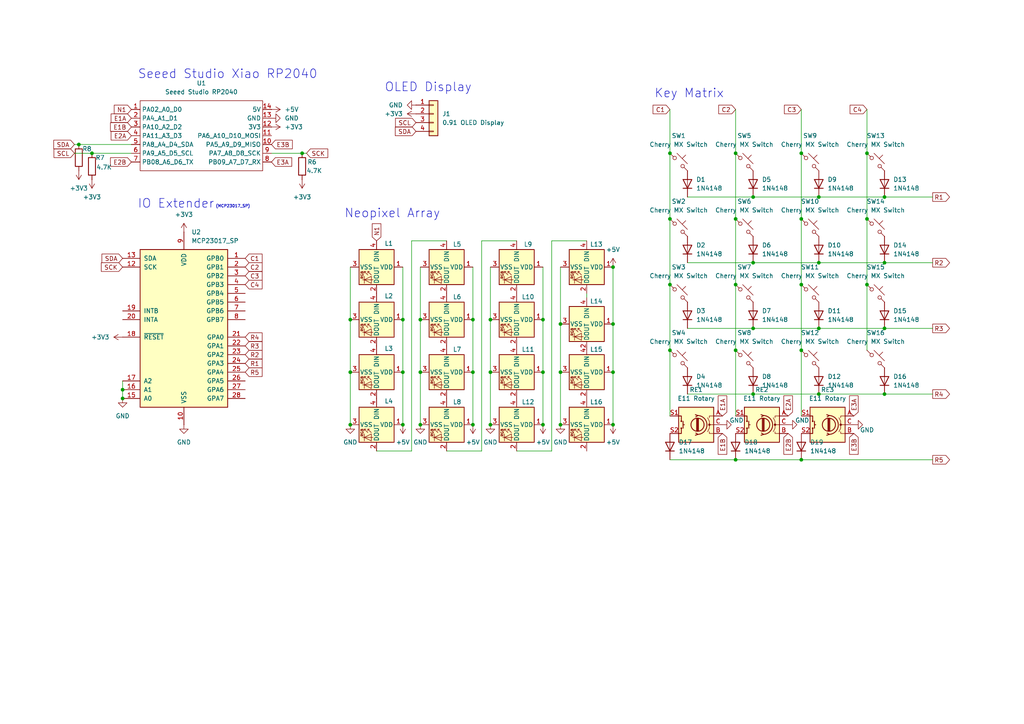
<source format=kicad_sch>
(kicad_sch (version 20231120) (generator "eeschema") (generator_version "8.0")
  (paper "A4")
  (title_block (title "Christopher Macro Pad") (date "2024-10-04") (rev "3"))
  (lib_symbols
    (symbol "Connector_Generic:Conn_01x04" (pin_names (offset 1.016) hide)
      (property "Reference" "J" (at 0 5.08 0))
      (property "Value" "Conn_01x04" (at 0 -7.62 0))
      (symbol "Conn_01x04_1_1"
        (rectangle (start -1.27 -4.953) (end 0 -5.207) (stroke (width 0.1524)))
        (rectangle (start -1.27 -2.413) (end 0 -2.667) (stroke (width 0.1524)))
        (rectangle (start -1.27 0.127) (end 0 -0.127) (stroke (width 0.1524)))
        (rectangle (start -1.27 2.667) (end 0 2.413) (stroke (width 0.1524)))
        (rectangle (start -1.27 3.81) (end 1.27 -6.35) (stroke (width 0.254)) (fill (type background)))
        (pin passive line (at -5.08 2.54 0) (length 3.81) (name "Pin_1") (number "1"))
        (pin passive line (at -5.08 0 0) (length 3.81) (name "Pin_2") (number "2"))
        (pin passive line (at -5.08 -2.54 0) (length 3.81) (name "Pin_3") (number "3"))
        (pin passive line (at -5.08 -5.08 0) (length 3.81) (name "Pin_4") (number "4"))
      )
    )
    (symbol "Device:D" (pin_numbers hide) (pin_names (offset 1.016) hide)
      (property "Reference" "D" (at 0 2.54 0))
      (property "Value" "D" (at 0 -2.54 0))
      (symbol "D_0_1"
        (polyline (pts (xy -1.27 1.27) (xy -1.27 -1.27)) (stroke (width 0.254)))
        (polyline (pts (xy 1.27 0) (xy -1.27 0)))
        (polyline (pts (xy 1.27 1.27) (xy 1.27 -1.27) (xy -1.27 0) (xy 1.27 1.27)) (stroke (width 0.254)))
      )
      (symbol "D_1_1"
        (pin passive line (at -3.81 0 0) (length 2.54) (name "K") (number "1"))
        (pin passive line (at 3.81 0 180) (length 2.54) (name "A") (number "2"))
      )
    )
    (symbol "Device:R" (pin_numbers hide) (pin_names (offset 0))
      (property "Reference" "R" (at 2.032 0 90))
      (property "Value" "R" (at 0 0 90))
      (symbol "R_0_1"
        (rectangle (start -1.016 -2.54) (end 1.016 2.54) (stroke (width 0.254)))
      )
      (symbol "R_1_1"
        (pin passive line (at 0 3.81 270) (length 1.27) (name "~") (number "1"))
        (pin passive line (at 0 -3.81 90) (length 1.27) (name "~") (number "2"))
      )
    )
    (symbol "Device:RotaryEncoder_Switch" (pin_names (offset 0.254) hide)
      (property "Reference" "SW" (at 0 6.604 0))
      (property "Value" "RotaryEncoder_Switch" (at 0 -6.604 0))
      (symbol "RotaryEncoder_Switch_0_1"
        (rectangle (start -5.08 5.08) (end 5.08 -5.08) (stroke (width 0.254)) (fill (type background)))
        (circle (center -3.81 0) (radius 0.254) (fill (type outline)))
        (circle (center -0.381 0) (radius 1.905) (stroke (width 0.254)))
        (arc (start -0.381 2.667) (mid -3.0988 -0.0635) (end -0.381 -2.794) (stroke (width 0.254)))
        (polyline (pts (xy -0.635 -1.778) (xy -0.635 1.778)) (stroke (width 0.254)))
        (polyline (pts (xy -0.381 -1.778) (xy -0.381 1.778)) (stroke (width 0.254)))
        (polyline (pts (xy -0.127 1.778) (xy -0.127 -1.778)) (stroke (width 0.254)))
        (polyline (pts (xy 3.81 0) (xy 3.429 0)) (stroke (width 0.254)))
        (polyline (pts (xy 3.81 1.016) (xy 3.81 -1.016)) (stroke (width 0.254)))
        (polyline (pts (xy -5.08 -2.54) (xy -3.81 -2.54) (xy -3.81 -2.032)))
        (polyline (pts (xy -5.08 2.54) (xy -3.81 2.54) (xy -3.81 2.032)))
        (polyline (pts (xy 0.254 -3.048) (xy -0.508 -2.794) (xy 0.127 -2.413)) (stroke (width 0.254)))
        (polyline (pts (xy 0.254 2.921) (xy -0.508 2.667) (xy 0.127 2.286)) (stroke (width 0.254)))
        (polyline (pts (xy 5.08 -2.54) (xy 4.318 -2.54) (xy 4.318 -1.016)) (stroke (width 0.254)))
        (polyline (pts (xy 5.08 2.54) (xy 4.318 2.54) (xy 4.318 1.016)) (stroke (width 0.254)))
        (polyline (pts (xy -5.08 0) (xy -3.81 0) (xy -3.81 -1.016) (xy -3.302 -2.032)))
        (polyline (pts (xy -4.318 0) (xy -3.81 0) (xy -3.81 1.016) (xy -3.302 2.032)))
        (circle (center 4.318 -1.016) (radius 0.127) (stroke (width 0.254)))
        (circle (center 4.318 1.016) (radius 0.127) (stroke (width 0.254)))
      )
      (symbol "RotaryEncoder_Switch_1_1"
        (pin passive line (at -7.62 2.54 0) (length 2.54) (name "A") (number "A"))
        (pin passive line (at -7.62 -2.54 0) (length 2.54) (name "B") (number "B"))
        (pin passive line (at -7.62 0 0) (length 2.54) (name "C") (number "C"))
        (pin passive line (at 7.62 2.54 180) (length 2.54) (name "S1") (number "S1"))
        (pin passive line (at 7.62 -2.54 180) (length 2.54) (name "S2") (number "S2"))
      )
    )
    (symbol "Interface_Expansion:MCP23017_SP" (pin_names (offset 1.016))
      (property "Reference" "U" (at -11.43 24.13 0))
      (property "Value" "MCP23017_SP" (at 0 0 0))
      (symbol "MCP23017_SP_0_1"
        (rectangle (start -12.7 22.86) (end 12.7 -22.86) (stroke (width 0.254)) (fill (type background)))
      )
      (symbol "MCP23017_SP_1_1"
        (pin bidirectional line (at 17.78 20.32 180) (length 5.08) (name "GPB0") (number "1"))
        (pin power_in line (at 0 -27.94 90) (length 5.08) (name "VSS") (number "10"))
        (pin no_connect line (at -12.7 15.24 0) (length 5.08) hide (name "NC") (number "11"))
        (pin input line (at -17.78 17.78 0) (length 5.08) (name "SCK") (number "12"))
        (pin bidirectional line (at -17.78 20.32 0) (length 5.08) (name "SDA") (number "13"))
        (pin no_connect line (at -12.7 12.7 0) (length 5.08) hide (name "NC") (number "14"))
        (pin input line (at -17.78 -20.32 0) (length 5.08) (name "A0") (number "15"))
        (pin input line (at -17.78 -17.78 0) (length 5.08) (name "A1") (number "16"))
        (pin input line (at -17.78 -15.24 0) (length 5.08) (name "A2") (number "17"))
        (pin input line (at -17.78 -2.54 0) (length 5.08) (name "~{RESET}") (number "18"))
        (pin tri_state line (at -17.78 5.08 0) (length 5.08) (name "INTB") (number "19"))
        (pin bidirectional line (at 17.78 17.78 180) (length 5.08) (name "GPB1") (number "2"))
        (pin tri_state line (at -17.78 2.54 0) (length 5.08) (name "INTA") (number "20"))
        (pin bidirectional line (at 17.78 -2.54 180) (length 5.08) (name "GPA0") (number "21"))
        (pin bidirectional line (at 17.78 -5.08 180) (length 5.08) (name "GPA1") (number "22"))
        (pin bidirectional line (at 17.78 -7.62 180) (length 5.08) (name "GPA2") (number "23"))
        (pin bidirectional line (at 17.78 -10.16 180) (length 5.08) (name "GPA3") (number "24"))
        (pin bidirectional line (at 17.78 -12.7 180) (length 5.08) (name "GPA4") (number "25"))
        (pin bidirectional line (at 17.78 -15.24 180) (length 5.08) (name "GPA5") (number "26"))
        (pin bidirectional line (at 17.78 -17.78 180) (length 5.08) (name "GPA6") (number "27"))
        (pin bidirectional line (at 17.78 -20.32 180) (length 5.08) (name "GPA7") (number "28"))
        (pin bidirectional line (at 17.78 15.24 180) (length 5.08) (name "GPB2") (number "3"))
        (pin bidirectional line (at 17.78 12.7 180) (length 5.08) (name "GPB3") (number "4"))
        (pin bidirectional line (at 17.78 10.16 180) (length 5.08) (name "GPB4") (number "5"))
        (pin bidirectional line (at 17.78 7.62 180) (length 5.08) (name "GPB5") (number "6"))
        (pin bidirectional line (at 17.78 5.08 180) (length 5.08) (name "GPB6") (number "7"))
        (pin bidirectional line (at 17.78 2.54 180) (length 5.08) (name "GPB7") (number "8"))
        (pin power_in line (at 0 27.94 270) (length 5.08) (name "VDD") (number "9"))
      )
    )
    (symbol "LED:WS2812B" (pin_names (offset 0.254))
      (property "Reference" "D" (at 5.08 5.715 0))
      (property "Value" "WS2812B" (at 1.27 -5.715 0))
      (symbol "WS2812B_0_0"
        (text "RGB" (at 2.286 -4.191 0) (effects (font (size 0.762 0.762))))
      )
      (symbol "WS2812B_0_1"
        (polyline (pts (xy 1.27 -3.556) (xy 1.778 -3.556)))
        (polyline (pts (xy 1.27 -2.54) (xy 1.778 -2.54)))
        (polyline (pts (xy 4.699 -3.556) (xy 2.667 -3.556)))
        (polyline (pts (xy 2.286 -2.54) (xy 1.27 -3.556) (xy 1.27 -3.048)))
        (polyline (pts (xy 2.286 -1.524) (xy 1.27 -2.54) (xy 1.27 -2.032)))
        (polyline (pts (xy 3.683 -1.016) (xy 3.683 -3.556) (xy 3.683 -4.064)))
        (polyline (pts (xy 4.699 -1.524) (xy 2.667 -1.524) (xy 3.683 -3.556) (xy 4.699 -1.524)))
        (rectangle (start 5.08 5.08) (end -5.08 -5.08) (stroke (width 0.254)) (fill (type background)))
      )
      (symbol "WS2812B_1_1"
        (pin power_in line (at 0 7.62 270) (length 2.54) (name "VDD") (number "1"))
        (pin output line (at 7.62 0 180) (length 2.54) (name "DOUT") (number "2"))
        (pin power_in line (at 0 -7.62 90) (length 2.54) (name "VSS") (number "3"))
        (pin input line (at -7.62 0 0) (length 2.54) (name "DIN") (number "4"))
      )
    )
    (symbol "MOUDLE-SEEEDUINO-XIAO:MOUDLE-SEEEDUINO-XIAO"
      (property "Reference" "U" (at -16.51 11.43 0))
      (property "Value" "MOUDLE-SEEEDUINO-XIAO" (at -3.81 -11.43 0))
      (symbol "MOUDLE-SEEEDUINO-XIAO_0_1"
        (rectangle (start -16.51 10.16) (end 19.05 -10.16))
      )
      (symbol "MOUDLE-SEEEDUINO-XIAO_1_1"
        (pin passive line (at -19.05 7.62 0) (length 2.54) (name "PA02_A0_D0") (number "1"))
        (pin passive line (at 21.59 -2.54 180) (length 2.54) (name "PA5_A9_D9_MISO") (number "10"))
        (pin passive line (at 21.59 0 180) (length 2.54) (name "PA6_A10_D10_MOSI") (number "11"))
        (pin passive line (at 21.59 2.54 180) (length 2.54) (name "3V3") (number "12"))
        (pin passive line (at 21.59 5.08 180) (length 2.54) (name "GND") (number "13"))
        (pin passive line (at 21.59 7.62 180) (length 2.54) (name "5V") (number "14"))
        (pin passive line (at -19.05 5.08 0) (length 2.54) (name "PA4_A1_D1") (number "2"))
        (pin passive line (at -19.05 2.54 0) (length 2.54) (name "PA10_A2_D2") (number "3"))
        (pin passive line (at -19.05 0 0) (length 2.54) (name "PA11_A3_D3") (number "4"))
        (pin passive line (at -19.05 -2.54 0) (length 2.54) (name "PA8_A4_D4_SDA") (number "5"))
        (pin passive line (at -19.05 -5.08 0) (length 2.54) (name "PA9_A5_D5_SCL") (number "6"))
        (pin passive line (at -19.05 -7.62 0) (length 2.54) (name "PB08_A6_D6_TX") (number "7"))
        (pin passive line (at 21.59 -7.62 180) (length 2.54) (name "PB09_A7_D7_RX") (number "8"))
        (pin passive line (at 21.59 -5.08 180) (length 2.54) (name "PA7_A8_D8_SCK") (number "9"))
      )
    )
    (symbol "Switch:SW_Push_45deg" (pin_numbers hide) (pin_names (offset 1.016) hide)
      (property "Reference" "SW" (at 3.048 1.016 0))
      (property "Value" "SW_Push_45deg" (at 0 -3.81 0))
      (symbol "SW_Push_45deg_0_1"
        (circle (center -1.1684 1.1684) (radius 0.508))
        (polyline (pts (xy -0.508 2.54) (xy 2.54 -0.508)))
        (polyline (pts (xy 1.016 1.016) (xy 2.032 2.032)))
        (polyline (pts (xy -2.54 2.54) (xy -1.524 1.524) (xy -1.524 1.524)))
        (polyline (pts (xy 1.524 -1.524) (xy 2.54 -2.54) (xy 2.54 -2.54) (xy 2.54 -2.54)))
        (circle (center 1.143 -1.1938) (radius 0.508))
        (pin passive line (at -2.54 2.54 0) (length 0) (name "1") (number "1"))
        (pin passive line (at 2.54 -2.54 180) (length 0) (name "2") (number "2"))
      )
    )
    (symbol "power:+3V3" (power) (pin_numbers hide) (pin_names (offset 0) hide)
      (property "Value" "+3V3" (at 0 3.556 0))
      (symbol "+3V3_0_1"
        (polyline (pts (xy -0.762 1.27) (xy 0 2.54)))
        (polyline (pts (xy 0 0) (xy 0 2.54)))
        (polyline (pts (xy 0 2.54) (xy 0.762 1.27)))
      )
      (symbol "+3V3_1_1"
        (pin power_in line (at 0 0 90) (length 0) (name "~") (number "1"))
      )
    )
    (symbol "power:+5V" (power) (pin_numbers hide) (pin_names (offset 0) hide)
      (property "Value" "+5V" (at 0 3.556 0))
      (symbol "+5V_0_1"
        (polyline (pts (xy -0.762 1.27) (xy 0 2.54)))
        (polyline (pts (xy 0 0) (xy 0 2.54)))
        (polyline (pts (xy 0 2.54) (xy 0.762 1.27)))
      )
      (symbol "+5V_1_1"
        (pin power_in line (at 0 0 90) (length 0) (name "~") (number "1"))
      )
    )
    (symbol "power:GND" (power) (pin_numbers hide) (pin_names (offset 0) hide)
      (property "Value" "GND" (at 0 -3.81 0))
      (symbol "GND_0_1"
        (polyline (pts (xy 0 0) (xy 0 -1.27) (xy 1.27 -1.27) (xy 0 -2.54) (xy -1.27 -1.27) (xy 0 -1.27)))
      )
      (symbol "GND_1_1"
        (pin power_in line (at 0 0 270) (length 0) (name "~") (number "1"))
      )
    )
  )
  (junction (at 237.49 57.15))
  (junction (at 232.41 133.35))
  (junction (at 256.54 76.2))
  (junction (at 251.46 44.45))
  (junction (at 116.84 107.95))
  (junction (at 101.6 123.19))
  (junction (at 237.49 95.25))
  (junction (at 121.92 123.19))
  (junction (at 237.49 114.3))
  (junction (at 142.24 92.71))
  (junction (at 142.24 107.95))
  (junction (at 35.56 115.57))
  (junction (at 232.41 44.45))
  (junction (at 162.56 123.19))
  (junction (at 177.8 93.98))
  (junction (at 22.86 41.91))
  (junction (at 194.31 63.5))
  (junction (at 162.56 93.98))
  (junction (at 232.41 82.55))
  (junction (at 142.24 123.19))
  (junction (at 194.31 82.55))
  (junction (at 177.8 107.95))
  (junction (at 116.84 123.19))
  (junction (at 218.44 57.15))
  (junction (at 232.41 63.5))
  (junction (at 213.36 63.5))
  (junction (at 256.54 57.15))
  (junction (at 26.67 44.45))
  (junction (at 251.46 82.55))
  (junction (at 213.36 133.35))
  (junction (at 177.8 77.47))
  (junction (at 213.36 101.6))
  (junction (at 256.54 95.25))
  (junction (at 157.48 123.19))
  (junction (at 137.16 92.71))
  (junction (at 121.92 92.71))
  (junction (at 251.46 63.5))
  (junction (at 157.48 92.71))
  (junction (at 232.41 101.6))
  (junction (at 101.6 92.71))
  (junction (at 157.48 107.95))
  (junction (at 237.49 76.2))
  (junction (at 194.31 44.45))
  (junction (at 101.6 107.95))
  (junction (at 87.63 44.45))
  (junction (at 218.44 95.25))
  (junction (at 162.56 107.95))
  (junction (at 121.92 107.95))
  (junction (at 177.8 123.19))
  (junction (at 137.16 107.95))
  (junction (at 35.56 113.03))
  (junction (at 194.31 101.6))
  (junction (at 218.44 114.3))
  (junction (at 213.36 82.55))
  (junction (at 256.54 114.3))
  (junction (at 137.16 123.19))
  (junction (at 116.84 92.71))
  (junction (at 218.44 76.2))
  (junction (at 213.36 44.45))
  (wire (pts (xy 213.36 82.55) (xy 213.36 101.6)))
  (wire (pts (xy 251.46 82.55) (xy 251.46 101.6)))
  (wire (pts (xy 213.36 101.6) (xy 213.36 120.65)))
  (wire (pts (xy 232.41 44.45) (xy 232.41 63.5)))
  (wire (pts (xy 194.31 31.75) (xy 194.31 44.45)))
  (wire (pts (xy 237.49 114.3) (xy 256.54 114.3)))
  (wire (pts (xy 256.54 95.25) (xy 270.51 95.25)))
  (wire (pts (xy 78.74 44.45) (xy 87.63 44.45)))
  (wire (pts (xy 101.6 77.47) (xy 101.6 92.71)))
  (wire (pts (xy 137.16 92.71) (xy 137.16 107.95)))
  (wire (pts (xy 218.44 95.25) (xy 237.49 95.25)))
  (wire (pts (xy 199.39 95.25) (xy 218.44 95.25)))
  (wire (pts (xy 199.39 76.2) (xy 218.44 76.2)))
  (wire (pts (xy 119.38 130.81) (xy 119.38 69.85)))
  (wire (pts (xy 251.46 31.75) (xy 251.46 44.45)))
  (wire (pts (xy 213.36 133.35) (xy 232.41 133.35)))
  (wire (pts (xy 232.41 133.35) (xy 270.51 133.35)))
  (wire (pts (xy 35.56 113.03) (xy 35.56 115.57)))
  (wire (pts (xy 139.7 130.81) (xy 139.7 69.85)))
  (wire (pts (xy 177.8 107.95) (xy 177.8 123.19)))
  (wire (pts (xy 119.38 69.85) (xy 129.54 69.85)))
  (wire (pts (xy 170.18 85.09) (xy 170.18 86.36)))
  (wire (pts (xy 121.92 92.71) (xy 121.92 107.95)))
  (wire (pts (xy 157.48 107.95) (xy 157.48 123.19)))
  (wire (pts (xy 232.41 63.5) (xy 232.41 82.55)))
  (wire (pts (xy 213.36 63.5) (xy 213.36 82.55)))
  (wire (pts (xy 162.56 93.98) (xy 162.56 107.95)))
  (wire (pts (xy 170.18 100.33) (xy 170.18 101.6)))
  (wire (pts (xy 137.16 77.47) (xy 137.16 92.71)))
  (wire (pts (xy 213.36 31.75) (xy 213.36 44.45)))
  (wire (pts (xy 177.8 77.47) (xy 177.8 93.98)))
  (wire (pts (xy 26.67 44.45) (xy 38.1 44.45)))
  (wire (pts (xy 129.54 130.81) (xy 139.7 130.81)))
  (wire (pts (xy 157.48 92.71) (xy 157.48 107.95)))
  (wire (pts (xy 157.48 77.47) (xy 157.48 92.71)))
  (wire (pts (xy 251.46 63.5) (xy 251.46 82.55)))
  (wire (pts (xy 256.54 57.15) (xy 270.51 57.15)))
  (wire (pts (xy 199.39 114.3) (xy 218.44 114.3)))
  (wire (pts (xy 139.7 69.85) (xy 149.86 69.85)))
  (wire (pts (xy 237.49 95.25) (xy 256.54 95.25)))
  (wire (pts (xy 194.31 82.55) (xy 194.31 101.6)))
  (wire (pts (xy 232.41 120.65) (xy 232.41 101.6)))
  (wire (pts (xy 218.44 76.2) (xy 237.49 76.2)))
  (wire (pts (xy 218.44 114.3) (xy 237.49 114.3)))
  (wire (pts (xy 22.86 41.91) (xy 38.1 41.91)))
  (wire (pts (xy 142.24 77.47) (xy 142.24 92.71)))
  (wire (pts (xy 162.56 107.95) (xy 162.56 123.19)))
  (wire (pts (xy 213.36 44.45) (xy 213.36 63.5)))
  (wire (pts (xy 251.46 44.45) (xy 251.46 63.5)))
  (wire (pts (xy 116.84 92.71) (xy 116.84 107.95)))
  (wire (pts (xy 194.31 101.6) (xy 194.31 120.65)))
  (wire (pts (xy 101.6 92.71) (xy 101.6 107.95)))
  (wire (pts (xy 116.84 107.95) (xy 116.84 123.19)))
  (wire (pts (xy 121.92 107.95) (xy 121.92 123.19)))
  (wire (pts (xy 35.56 110.49) (xy 35.56 113.03)))
  (wire (pts (xy 160.02 69.85) (xy 170.18 69.85)))
  (wire (pts (xy 101.6 107.95) (xy 101.6 123.19)))
  (wire (pts (xy 256.54 76.2) (xy 270.51 76.2)))
  (wire (pts (xy 237.49 57.15) (xy 256.54 57.15)))
  (wire (pts (xy 199.39 57.15) (xy 218.44 57.15)))
  (wire (pts (xy 232.41 31.75) (xy 232.41 44.45)))
  (wire (pts (xy 21.59 44.45) (xy 26.67 44.45)))
  (wire (pts (xy 194.31 133.35) (xy 213.36 133.35)))
  (wire (pts (xy 194.31 44.45) (xy 194.31 63.5)))
  (wire (pts (xy 218.44 57.15) (xy 237.49 57.15)))
  (wire (pts (xy 21.59 41.91) (xy 22.86 41.91)))
  (wire (pts (xy 121.92 77.47) (xy 121.92 92.71)))
  (wire (pts (xy 137.16 107.95) (xy 137.16 123.19)))
  (wire (pts (xy 232.41 82.55) (xy 232.41 101.6)))
  (wire (pts (xy 142.24 107.95) (xy 142.24 123.19)))
  (wire (pts (xy 237.49 76.2) (xy 256.54 76.2)))
  (wire (pts (xy 160.02 130.81) (xy 160.02 69.85)))
  (wire (pts (xy 142.24 92.71) (xy 142.24 107.95)))
  (wire (pts (xy 194.31 63.5) (xy 194.31 82.55)))
  (wire (pts (xy 149.86 130.81) (xy 160.02 130.81)))
  (wire (pts (xy 87.63 44.45) (xy 88.9 44.45)))
  (wire (pts (xy 177.8 93.98) (xy 177.8 107.95)))
  (wire (pts (xy 109.22 130.81) (xy 119.38 130.81)))
  (wire (pts (xy 116.84 77.47) (xy 116.84 92.71)))
  (wire (pts (xy 256.54 114.3) (xy 270.51 114.3)))
  (wire (pts (xy 162.56 77.47) (xy 162.56 93.98)))
  (text "Key Matrix" (at 199.898 27.178 0) (effects (font (size 2.54 2.54))))
  (text "(MCP23017_SP)" (at 67.564 59.944 0) (effects (font (size 0.8255 0.8255))))
  (text "OLED Display\n" (at 124.206 25.4 0) (effects (font (size 2.54 2.54))))
  (text "Seeed Studio Xiao RP2040" (at 66.04 21.59 0) (effects (font (size 2.54 2.54))))
  (text "IO Extender" (at 51.054 59.182 0) (effects (font (size 2.54 2.54))))
  (text "Neopixel Array" (at 113.792 61.976 0) (effects (font (size 2.54 2.54))))
  (global_label "N1" (shape input) (at 38.1 31.75 180) (property "Intersheetrefs" "${INTERSHEET_REFS}" (effects (hide yes))))
  (global_label "SDA" (shape input) (at 21.59 41.91 180) (property "Intersheetrefs" "${INTERSHEET_REFS}" (effects (hide yes))))
  (global_label "C4" (shape input) (at 71.12 82.55 0) (property "Intersheetrefs" "${INTERSHEET_REFS}" (effects (hide yes))))
  (global_label "R2" (shape output) (at 270.51 76.2 0) (property "Intersheetrefs" "${INTERSHEET_REFS}" (effects (hide yes))))
  (global_label "E3A" (shape input) (at 78.74 46.99 0) (property "Intersheetrefs" "${INTERSHEET_REFS}" (effects (hide yes))))
  (global_label "E2A" (shape input) (at 38.1 39.37 180) (property "Intersheetrefs" "${INTERSHEET_REFS}" (effects (hide yes))))
  (global_label "R2" (shape input) (at 71.12 102.87 0) (property "Intersheetrefs" "${INTERSHEET_REFS}" (effects (hide yes))))
  (global_label "E3B" (shape input) (at 78.74 41.91 0) (property "Intersheetrefs" "${INTERSHEET_REFS}" (effects (hide yes))))
  (global_label "SCL" (shape input) (at 21.59 44.45 180) (property "Intersheetrefs" "${INTERSHEET_REFS}" (effects (hide yes))))
  (global_label "SDA" (shape input) (at 120.65 38.1 180) (property "Intersheetrefs" "${INTERSHEET_REFS}" (effects (hide yes))))
  (global_label "C2" (shape input) (at 71.12 77.47 0) (property "Intersheetrefs" "${INTERSHEET_REFS}" (effects (hide yes))))
  (global_label "C1" (shape input) (at 194.31 31.75 180) (property "Intersheetrefs" "${INTERSHEET_REFS}" (effects (hide yes))))
  (global_label "R3" (shape output) (at 270.51 95.25 0) (property "Intersheetrefs" "${INTERSHEET_REFS}" (effects (hide yes))))
  (global_label "R1" (shape input) (at 71.12 105.41 0) (property "Intersheetrefs" "${INTERSHEET_REFS}" (effects (hide yes))))
  (global_label "C3" (shape input) (at 71.12 80.01 0) (property "Intersheetrefs" "${INTERSHEET_REFS}" (effects (hide yes))))
  (global_label "E2A" (shape input) (at 228.6 120.65 90) (property "Intersheetrefs" "${INTERSHEET_REFS}" (effects (hide yes))))
  (global_label "E3B" (shape input) (at 247.65 125.73 270) (property "Intersheetrefs" "${INTERSHEET_REFS}" (effects (hide yes))))
  (global_label "R5" (shape output) (at 270.51 133.35 0) (property "Intersheetrefs" "${INTERSHEET_REFS}" (effects (hide yes))))
  (global_label "C3" (shape input) (at 232.41 31.75 180) (property "Intersheetrefs" "${INTERSHEET_REFS}" (effects (hide yes))))
  (global_label "E1B" (shape input) (at 38.1 36.83 180) (property "Intersheetrefs" "${INTERSHEET_REFS}" (effects (hide yes))))
  (global_label "SCL" (shape input) (at 120.65 35.56 180) (property "Intersheetrefs" "${INTERSHEET_REFS}" (effects (hide yes))))
  (global_label "R5" (shape input) (at 71.12 107.95 0) (property "Intersheetrefs" "${INTERSHEET_REFS}" (effects (hide yes))))
  (global_label "SCK" (shape input) (at 88.9 44.45 0) (property "Intersheetrefs" "${INTERSHEET_REFS}" (effects (hide yes))))
  (global_label "E3A" (shape input) (at 247.65 120.65 90) (property "Intersheetrefs" "${INTERSHEET_REFS}" (effects (hide yes))))
  (global_label "E1A" (shape input) (at 209.55 120.65 90) (property "Intersheetrefs" "${INTERSHEET_REFS}" (effects (hide yes))))
  (global_label "E2B" (shape input) (at 38.1 46.99 180) (property "Intersheetrefs" "${INTERSHEET_REFS}" (effects (hide yes))))
  (global_label "C1" (shape input) (at 71.12 74.93 0) (property "Intersheetrefs" "${INTERSHEET_REFS}" (effects (hide yes))))
  (global_label "C2" (shape input) (at 213.36 31.75 180) (property "Intersheetrefs" "${INTERSHEET_REFS}" (effects (hide yes))))
  (global_label "E1B" (shape input) (at 209.55 125.73 270) (property "Intersheetrefs" "${INTERSHEET_REFS}" (effects (hide yes))))
  (global_label "R1" (shape output) (at 270.51 57.15 0) (property "Intersheetrefs" "${INTERSHEET_REFS}" (effects (hide yes))))
  (global_label "SDA" (shape input) (at 35.56 74.93 180) (property "Intersheetrefs" "${INTERSHEET_REFS}" (effects (hide yes))))
  (global_label "R4" (shape output) (at 270.51 114.3 0) (property "Intersheetrefs" "${INTERSHEET_REFS}" (effects (hide yes))))
  (global_label "N1" (shape input) (at 109.22 69.85 90) (property "Intersheetrefs" "${INTERSHEET_REFS}" (effects (hide yes))))
  (global_label "E2B" (shape input) (at 228.6 125.73 270) (property "Intersheetrefs" "${INTERSHEET_REFS}" (effects (hide yes))))
  (global_label "C4" (shape input) (at 251.46 31.75 180) (property "Intersheetrefs" "${INTERSHEET_REFS}" (effects (hide yes))))
  (global_label "R3" (shape input) (at 71.12 100.33 0) (property "Intersheetrefs" "${INTERSHEET_REFS}" (effects (hide yes))))
  (global_label "E1A" (shape input) (at 38.1 34.29 180) (property "Intersheetrefs" "${INTERSHEET_REFS}" (effects (hide yes))))
  (global_label "R4" (shape input) (at 71.12 97.79 0) (property "Intersheetrefs" "${INTERSHEET_REFS}" (effects (hide yes))))
  (global_label "SCK" (shape input) (at 35.56 77.47 180) (property "Intersheetrefs" "${INTERSHEET_REFS}" (effects (hide yes))))
  (symbol (lib_id "power:GND") (at 121.92 123.19 0) (unit 1)
    (property "Reference" "#PWR07" (effects (hide yes)))
    (property "Value" "GND" (at 121.92 128.27 0))
    (property "Description" "Power symbol creates a global label with name \"GND\" , ground" (effects (hide yes)))
  )
  (symbol (lib_id "LED:WS2812B") (at 149.86 123.19 270) (unit 1)
    (property "Reference" "L12" (at 153.162 116.586 90))
    (property "Value" "WS2812B" (effects (hide yes)))
    (property "Footprint" "LED_SMD:LED_WS2812B_PLCC4_5.0x5.0mm_P3.2mm" (effects (hide yes)))
    (property "Datasheet" "https://cdn-shop.adafruit.com/datasheets/WS2812B.pdf" (effects (hide yes)))
    (property "Description" "RGB LED with integrated controller" (effects (hide yes)))
  )
  (symbol (lib_id "Device:R") (at 22.86 45.72 0) (unit 1)
    (property "Reference" "R8" (at 23.876 43.18 0) (effects (justify left)))
    (property "Value" "4.7K" (effects (hide yes)))
    (property "Footprint" "Resistor_THT:R_Axial_DIN0204_L3.6mm_D1.6mm_P5.08mm_Horizontal" (effects (hide yes)))
    (property "Description" "Resistor" (effects (hide yes)))
  )
  (symbol (lib_id "Device:D") (at 256.54 110.49 90) (unit 1)
    (property "Reference" "D16" (at 259.08 109.2199 90) (effects (justify right)))
    (property "Value" "1N4148" (at 259.08 111.7599 90) (effects (justify right)))
    (property "Footprint" "Seeed Studio XIAO Series Library:DIODE-1N4148" (effects (hide yes)))
    (property "Description" "Diode" (effects (hide yes)))
    (property "Sim.Device" "D" (effects (hide yes)))
    (property "Sim.Pins" "1=K 2=A" (effects (hide yes)))
  )
  (symbol (lib_id "LED:WS2812B") (at 149.86 107.95 270) (unit 1)
    (property "Reference" "L11" (at 153.162 101.346 90))
    (property "Value" "WS2812B" (effects (hide yes)))
    (property "Footprint" "LED_SMD:LED_WS2812B_PLCC4_5.0x5.0mm_P3.2mm" (effects (hide yes)))
    (property "Datasheet" "https://cdn-shop.adafruit.com/datasheets/WS2812B.pdf" (effects (hide yes)))
    (property "Description" "RGB LED with integrated controller" (effects (hide yes)))
  )
  (symbol (lib_id "Device:RotaryEncoder_Switch") (at 220.98 123.19 0) (mirror y) (unit 1)
    (property "Reference" "RE2" (at 220.98 113.03 0))
    (property "Value" "E11 Rotary" (at 220.98 115.57 0))
    (property "Footprint" "Rotary_Encoder:RotaryEncoder_Alps_EC11E-Switch_Vertical_H20mm" (effects (hide yes)))
    (property "Datasheet" "https://www.mouser.com/datasheet/2/15/EC11-1370808.pdf" (effects (hide yes)))
    (property "Description" "Rotary encoder, dual channel, incremental quadrate outputs, with switch" (effects (hide yes)))
  )
  (symbol (lib_id "Switch:SW_Push_45deg") (at 234.95 46.99 0) (unit 1)
    (property "Reference" "SW9" (at 234.95 39.37 0))
    (property "Value" "Cherry MX Switch" (at 234.95 41.91 0))
    (property "Footprint" "Button_Switch_Keyboard:SW_Cherry_MX_1.00u_PCB" (effects (hide yes)))
    (property "Datasheet" "https://cdn.sparkfun.com/datasheets/Components/Switches/MX%20Series.pdf" (effects (hide yes)))
    (property "Description" "Push button switch, normally open, two pins, 45° tilted" (effects (hide yes)))
  )
  (symbol (lib_id "Switch:SW_Push_45deg") (at 196.85 104.14 0) (unit 1)
    (property "Reference" "SW4" (at 196.85 96.52 0))
    (property "Value" "Cherry MX Switch" (at 196.85 99.06 0))
    (property "Footprint" "Button_Switch_Keyboard:SW_Cherry_MX_1.00u_PCB" (effects (hide yes)))
    (property "Datasheet" "https://cdn.sparkfun.com/datasheets/Components/Switches/MX%20Series.pdf" (effects (hide yes)))
    (property "Description" "Push button switch, normally open, two pins, 45° tilted" (effects (hide yes)))
  )
  (symbol (lib_id "power:GND") (at 209.55 123.19 90) (unit 1)
    (property "Reference" "#PWR015" (effects (hide yes)))
    (property "Value" "GND" (at 211.582 121.92 90) (effects (justify right)))
    (property "Description" "Power symbol creates a global label with name \"GND\" , ground" (effects (hide yes)))
  )
  (symbol (lib_id "Device:D") (at 199.39 53.34 90) (unit 1)
    (property "Reference" "D1" (at 201.93 52.0699 90) (effects (justify right)))
    (property "Value" "1N4148" (at 201.93 54.6099 90) (effects (justify right)))
    (property "Footprint" "Seeed Studio XIAO Series Library:DIODE-1N4148" (effects (hide yes)))
    (property "Description" "Diode" (effects (hide yes)))
    (property "Sim.Device" "D" (effects (hide yes)))
    (property "Sim.Pins" "1=K 2=A" (effects (hide yes)))
  )
  (symbol (lib_id "power:+5V") (at 157.48 123.19 180) (unit 1)
    (property "Reference" "#PWR013" (effects (hide yes)))
    (property "Value" "+5V" (at 157.48 128.27 0))
    (property "Description" "Power symbol creates a global label with name \"+5V\"" (effects (hide yes)))
  )
  (symbol (lib_id "power:+5V") (at 177.8 123.19 180) (unit 1)
    (property "Reference" "#PWR028" (effects (hide yes)))
    (property "Value" "+5V" (at 177.8 128.27 0))
    (property "Description" "Power symbol creates a global label with name \"+5V\"" (effects (hide yes)))
  )
  (symbol (lib_id "Device:D") (at 218.44 91.44 90) (unit 1)
    (property "Reference" "D7" (at 220.98 90.1699 90) (effects (justify right)))
    (property "Value" "1N4148" (at 220.98 92.7099 90) (effects (justify right)))
    (property "Footprint" "Seeed Studio XIAO Series Library:DIODE-1N4148" (effects (hide yes)))
    (property "Description" "Diode" (effects (hide yes)))
    (property "Sim.Device" "D" (effects (hide yes)))
    (property "Sim.Pins" "1=K 2=A" (effects (hide yes)))
  )
  (symbol (lib_id "Switch:SW_Push_45deg") (at 215.9 46.99 0) (unit 1)
    (property "Reference" "SW5" (at 215.9 39.37 0))
    (property "Value" "Cherry MX Switch" (at 215.9 41.91 0))
    (property "Footprint" "Button_Switch_Keyboard:SW_Cherry_MX_1.00u_PCB" (effects (hide yes)))
    (property "Datasheet" "https://cdn.sparkfun.com/datasheets/Components/Switches/MX%20Series.pdf" (effects (hide yes)))
    (property "Description" "Push button switch, normally open, two pins, 45° tilted" (effects (hide yes)))
  )
  (symbol (lib_id "power:GND") (at 120.65 30.48 270) (unit 1)
    (property "Reference" "#PWR026" (effects (hide yes)))
    (property "Value" "GND" (at 116.84 30.4799 90) (effects (justify right)))
    (property "Description" "Power symbol creates a global label with name \"GND\" , ground" (effects (hide yes)))
  )
  (symbol (lib_id "power:+3V3") (at 26.67 52.07 180) (unit 1)
    (property "Reference" "#PWR019" (effects (hide yes)))
    (property "Value" "+3V3" (at 26.67 57.15 0))
    (property "Description" "Power symbol creates a global label with name \"+3V3\"" (effects (hide yes)))
  )
  (symbol (lib_id "LED:WS2812B") (at 129.54 77.47 270) (unit 1)
    (property "Reference" "L5" (at 132.588 70.866 90))
    (property "Value" "WS2812B" (effects (hide yes)))
    (property "Footprint" "LED_SMD:LED_WS2812B_PLCC4_5.0x5.0mm_P3.2mm" (effects (hide yes)))
    (property "Datasheet" "https://cdn-shop.adafruit.com/datasheets/WS2812B.pdf" (effects (hide yes)))
    (property "Description" "RGB LED with integrated controller" (effects (hide yes)))
  )
  (symbol (lib_id "power:GND") (at 162.56 123.19 0) (unit 1)
    (property "Reference" "#PWR010" (effects (hide yes)))
    (property "Value" "GND" (at 162.56 128.27 0))
    (property "Description" "Power symbol creates a global label with name \"GND\" , ground" (effects (hide yes)))
  )
  (symbol (lib_id "Switch:SW_Push_45deg") (at 234.95 85.09 0) (unit 1)
    (property "Reference" "SW11" (at 234.95 77.47 0))
    (property "Value" "Cherry MX Switch" (at 234.95 80.01 0))
    (property "Footprint" "Button_Switch_Keyboard:SW_Cherry_MX_1.00u_PCB" (effects (hide yes)))
    (property "Datasheet" "https://cdn.sparkfun.com/datasheets/Components/Switches/MX%20Series.pdf" (effects (hide yes)))
    (property "Description" "Push button switch, normally open, two pins, 45° tilted" (effects (hide yes)))
  )
  (symbol (lib_id "power:GND") (at 78.74 34.29 90) (unit 1)
    (property "Reference" "#PWR024" (effects (hide yes)))
    (property "Value" "GND" (at 82.55 34.2899 90) (effects (justify right)))
    (property "Description" "Power symbol creates a global label with name \"GND\" , ground" (effects (hide yes)))
  )
  (symbol (lib_id "LED:WS2812B") (at 170.18 123.19 270) (unit 1)
    (property "Reference" "L16" (at 172.974 116.586 90))
    (property "Value" "WS2812B" (effects (hide yes)))
    (property "Footprint" "LED_SMD:LED_WS2812B_PLCC4_5.0x5.0mm_P3.2mm" (effects (hide yes)))
    (property "Datasheet" "https://cdn-shop.adafruit.com/datasheets/WS2812B.pdf" (effects (hide yes)))
    (property "Description" "RGB LED with integrated controller" (effects (hide yes)))
  )
  (symbol (lib_id "Device:D") (at 237.49 72.39 90) (unit 1)
    (property "Reference" "D10" (at 240.03 71.1199 90) (effects (justify right)))
    (property "Value" "1N4148" (at 240.03 73.6599 90) (effects (justify right)))
    (property "Footprint" "Seeed Studio XIAO Series Library:DIODE-1N4148" (effects (hide yes)))
    (property "Description" "Diode" (effects (hide yes)))
    (property "Sim.Device" "D" (effects (hide yes)))
    (property "Sim.Pins" "1=K 2=A" (effects (hide yes)))
  )
  (symbol (lib_id "power:GND") (at 247.65 123.19 90) (unit 1)
    (property "Reference" "#PWR016" (effects (hide yes)))
    (property "Value" "GND" (at 249.428 124.714 90) (effects (justify right)))
    (property "Description" "Power symbol creates a global label with name \"GND\" , ground" (effects (hide yes)))
  )
  (symbol (lib_id "power:+5V") (at 116.84 123.19 180) (unit 1)
    (property "Reference" "#PWR011" (effects (hide yes)))
    (property "Value" "+5V" (at 116.84 128.27 0))
    (property "Description" "Power symbol creates a global label with name \"+5V\"" (effects (hide yes)))
  )
  (symbol (lib_id "MOUDLE-SEEEDUINO-XIAO:MOUDLE-SEEEDUINO-XIAO") (at 57.15 39.37 0) (unit 1)
    (property "Reference" "U1" (at 58.42 24.13 0))
    (property "Value" "Seeed Studio RP2040" (at 58.42 26.67 0))
    (property "Footprint" "Seeed Studio XIAO Series Library:XIAO-RP2040" (effects (hide yes)))
    (property "Datasheet" "https://files.seeedstudio.com/wiki/XIAO-RP2040/res/rp2040_datasheet.pdf" (effects (hide yes)))
  )
  (symbol (lib_id "LED:WS2812B") (at 109.22 123.19 270) (unit 1)
    (property "Reference" "L4" (at 112.776 116.332 90))
    (property "Value" "WS2812B" (effects (hide yes)))
    (property "Footprint" "LED_SMD:LED_WS2812B_PLCC4_5.0x5.0mm_P3.2mm" (effects (hide yes)))
    (property "Datasheet" "https://cdn-shop.adafruit.com/datasheets/WS2812B.pdf" (effects (hide yes)))
    (property "Description" "RGB LED with integrated controller" (effects (hide yes)))
  )
  (symbol (lib_id "Switch:SW_Push_45deg") (at 234.95 66.04 0) (unit 1)
    (property "Reference" "SW10" (at 234.95 58.42 0))
    (property "Value" "Cherry MX Switch" (at 234.95 60.96 0))
    (property "Footprint" "Button_Switch_Keyboard:SW_Cherry_MX_1.00u_PCB" (effects (hide yes)))
    (property "Datasheet" "https://cdn.sparkfun.com/datasheets/Components/Switches/MX%20Series.pdf" (effects (hide yes)))
    (property "Description" "Push button switch, normally open, two pins, 45° tilted" (effects (hide yes)))
  )
  (symbol (lib_id "Switch:SW_Push_45deg") (at 196.85 85.09 0) (unit 1)
    (property "Reference" "SW3" (at 196.85 77.47 0))
    (property "Value" "Cherry MX Switch" (at 196.85 80.01 0))
    (property "Footprint" "Button_Switch_Keyboard:SW_Cherry_MX_1.00u_PCB" (effects (hide yes)))
    (property "Datasheet" "https://cdn.sparkfun.com/datasheets/Components/Switches/MX%20Series.pdf" (effects (hide yes)))
    (property "Description" "Push button switch, normally open, two pins, 45° tilted" (effects (hide yes)))
  )
  (symbol (lib_id "LED:WS2812B") (at 170.18 77.47 270) (unit 1)
    (property "Reference" "L13" (at 172.974 70.866 90))
    (property "Value" "WS2812B" (effects (hide yes)))
    (property "Footprint" "LED_SMD:LED_WS2812B_PLCC4_5.0x5.0mm_P3.2mm" (effects (hide yes)))
    (property "Datasheet" "https://cdn-shop.adafruit.com/datasheets/WS2812B.pdf" (effects (hide yes)))
    (property "Description" "RGB LED with integrated controller" (effects (hide yes)))
  )
  (symbol (lib_id "Device:D") (at 237.49 110.49 90) (unit 1)
    (property "Reference" "D12" (at 240.03 109.2199 90) (effects (justify right)))
    (property "Value" "1N4148" (at 240.03 111.7599 90) (effects (justify right)))
    (property "Footprint" "Seeed Studio XIAO Series Library:DIODE-1N4148" (effects (hide yes)))
    (property "Description" "Diode" (effects (hide yes)))
    (property "Sim.Device" "D" (effects (hide yes)))
    (property "Sim.Pins" "1=K 2=A" (effects (hide yes)))
  )
  (symbol (lib_id "Device:D") (at 256.54 72.39 90) (unit 1)
    (property "Reference" "D14" (at 259.08 71.1199 90) (effects (justify right)))
    (property "Value" "1N4148" (at 259.08 73.6599 90) (effects (justify right)))
    (property "Footprint" "Seeed Studio XIAO Series Library:DIODE-1N4148" (effects (hide yes)))
    (property "Description" "Diode" (effects (hide yes)))
    (property "Sim.Device" "D" (effects (hide yes)))
    (property "Sim.Pins" "1=K 2=A" (effects (hide yes)))
  )
  (symbol (lib_id "Device:D") (at 213.36 129.54 90) (unit 1)
    (property "Reference" "D18" (at 215.9 128.2699 90) (effects (justify right)))
    (property "Value" "1N4148" (at 215.9 130.8099 90) (effects (justify right)))
    (property "Footprint" "Seeed Studio XIAO Series Library:DIODE-1N4148" (effects (hide yes)))
    (property "Description" "Diode" (effects (hide yes)))
    (property "Sim.Device" "D" (effects (hide yes)))
    (property "Sim.Pins" "1=K 2=A" (effects (hide yes)))
  )
  (symbol (lib_id "Device:D") (at 218.44 72.39 90) (unit 1)
    (property "Reference" "D6" (at 220.98 71.1199 90) (effects (justify right)))
    (property "Value" "1N4148" (at 220.98 73.6599 90) (effects (justify right)))
    (property "Footprint" "Seeed Studio XIAO Series Library:DIODE-1N4148" (effects (hide yes)))
    (property "Description" "Diode" (effects (hide yes)))
    (property "Sim.Device" "D" (effects (hide yes)))
    (property "Sim.Pins" "1=K 2=A" (effects (hide yes)))
  )
  (symbol (lib_id "power:+5V") (at 137.16 123.19 180) (unit 1)
    (property "Reference" "#PWR012" (effects (hide yes)))
    (property "Value" "+5V" (at 137.16 128.27 0))
    (property "Description" "Power symbol creates a global label with name \"+5V\"" (effects (hide yes)))
  )
  (symbol (lib_id "power:+3V3") (at 35.56 97.79 90) (unit 1)
    (property "Reference" "#PWR01" (effects (hide yes)))
    (property "Value" "+3V3" (at 31.75 97.7899 90) (effects (justify left)))
    (property "Description" "Power symbol creates a global label with name \"+3V3\"" (effects (hide yes)))
  )
  (symbol (lib_id "Interface_Expansion:MCP23017_SP") (at 53.34 95.25 0) (unit 1)
    (property "Reference" "U2" (at 55.5341 67.31 0) (effects (justify left)))
    (property "Value" "MCP23017_SP" (at 55.5341 69.85 0) (effects (justify left)))
    (property "Footprint" "Package_DIP:DIP-28_W7.62mm" (effects (hide yes)))
    (property "Datasheet" "http://ww1.microchip.com/downloads/en/DeviceDoc/20001952C.pdf" (effects (hide yes)))
    (property "Description" "16-bit I/O expander, I2C, interrupts, w pull-ups, SPDIP-28" (effects (hide yes)))
  )
  (symbol (lib_id "power:GND") (at 228.6 123.19 90) (unit 1)
    (property "Reference" "#PWR014" (effects (hide yes)))
    (property "Value" "GND" (at 230.632 121.92 90) (effects (justify right)))
    (property "Description" "Power symbol creates a global label with name \"GND\" , ground" (effects (hide yes)))
  )
  (symbol (lib_id "Switch:SW_Push_45deg") (at 196.85 66.04 0) (unit 1)
    (property "Reference" "SW2" (at 196.85 58.42 0))
    (property "Value" "Cherry MX Switch" (at 196.85 60.96 0))
    (property "Footprint" "Button_Switch_Keyboard:SW_Cherry_MX_1.00u_PCB" (effects (hide yes)))
    (property "Datasheet" "https://cdn.sparkfun.com/datasheets/Components/Switches/MX%20Series.pdf" (effects (hide yes)))
    (property "Description" "Push button switch, normally open, two pins, 45° tilted" (effects (hide yes)))
  )
  (symbol (lib_id "Device:D") (at 199.39 72.39 90) (unit 1)
    (property "Reference" "D2" (at 201.93 71.1199 90) (effects (justify right)))
    (property "Value" "1N4148" (at 201.93 73.6599 90) (effects (justify right)))
    (property "Footprint" "Seeed Studio XIAO Series Library:DIODE-1N4148" (effects (hide yes)))
    (property "Description" "Diode" (effects (hide yes)))
    (property "Sim.Device" "D" (effects (hide yes)))
    (property "Sim.Pins" "1=K 2=A" (effects (hide yes)))
  )
  (symbol (lib_id "Connector_Generic:Conn_01x04") (at 125.73 33.02 0) (unit 1)
    (property "Reference" "J1" (at 128.27 33.0199 0) (effects (justify left)))
    (property "Value" "0.91 OLED Display" (at 128.27 35.5599 0) (effects (justify left)))
    (property "Footprint" "Seeed Studio XIAO Series Library:SSD1306-0.91-OLED-4pin-128x32" (effects (hide yes)))
    (property "Description" "Generic connector, single row, 01x04, script generated (kicad-library-utils/schlib/autogen/connector/)" (effects (hide yes)))
  )
  (symbol (lib_id "LED:WS2812B") (at 170.18 107.95 270) (unit 1)
    (property "Reference" "L15" (at 172.974 101.346 90))
    (property "Value" "WS2812B" (effects (hide yes)))
    (property "Footprint" "LED_SMD:LED_WS2812B_PLCC4_5.0x5.0mm_P3.2mm" (effects (hide yes)))
    (property "Datasheet" "https://cdn-shop.adafruit.com/datasheets/WS2812B.pdf" (effects (hide yes)))
    (property "Description" "RGB LED with integrated controller" (effects (hide yes)))
  )
  (symbol (lib_id "Device:D") (at 256.54 53.34 90) (unit 1)
    (property "Reference" "D13" (at 259.08 52.0699 90) (effects (justify right)))
    (property "Value" "1N4148" (at 259.08 54.6099 90) (effects (justify right)))
    (property "Footprint" "Seeed Studio XIAO Series Library:DIODE-1N4148" (effects (hide yes)))
    (property "Description" "Diode" (effects (hide yes)))
    (property "Sim.Device" "D" (effects (hide yes)))
    (property "Sim.Pins" "1=K 2=A" (effects (hide yes)))
  )
  (symbol (lib_id "Device:D") (at 218.44 110.49 90) (unit 1)
    (property "Reference" "D8" (at 220.98 109.2199 90) (effects (justify right)))
    (property "Value" "1N4148" (at 220.98 111.7599 90) (effects (justify right)))
    (property "Footprint" "Seeed Studio XIAO Series Library:DIODE-1N4148" (effects (hide yes)))
    (property "Description" "Diode" (effects (hide yes)))
    (property "Sim.Device" "D" (effects (hide yes)))
    (property "Sim.Pins" "1=K 2=A" (effects (hide yes)))
  )
  (symbol (lib_id "Device:D") (at 256.54 91.44 90) (unit 1)
    (property "Reference" "D15" (at 259.08 90.1699 90) (effects (justify right)))
    (property "Value" "1N4148" (at 259.08 92.7099 90) (effects (justify right)))
    (property "Footprint" "Seeed Studio XIAO Series Library:DIODE-1N4148" (effects (hide yes)))
    (property "Description" "Diode" (effects (hide yes)))
    (property "Sim.Device" "D" (effects (hide yes)))
    (property "Sim.Pins" "1=K 2=A" (effects (hide yes)))
  )
  (symbol (lib_id "Switch:SW_Push_45deg") (at 234.95 104.14 0) (unit 1)
    (property "Reference" "SW12" (at 234.95 96.52 0))
    (property "Value" "Cherry MX Switch" (at 234.95 99.06 0))
    (property "Footprint" "Button_Switch_Keyboard:SW_Cherry_MX_1.00u_PCB" (effects (hide yes)))
    (property "Datasheet" "https://cdn.sparkfun.com/datasheets/Components/Switches/MX%20Series.pdf" (effects (hide yes)))
    (property "Description" "Push button switch, normally open, two pins, 45° tilted" (effects (hide yes)))
  )
  (symbol (lib_id "power:+3V3") (at 22.86 49.53 180) (unit 1)
    (property "Reference" "#PWR020" (effects (hide yes)))
    (property "Value" "+3V3" (at 22.86 54.61 0))
    (property "Description" "Power symbol creates a global label with name \"+3V3\"" (effects (hide yes)))
  )
  (symbol (lib_id "Switch:SW_Push_45deg") (at 254 85.09 0) (unit 1)
    (property "Reference" "SW15" (at 254 77.47 0))
    (property "Value" "Cherry MX Switch" (at 254 80.01 0))
    (property "Footprint" "Button_Switch_Keyboard:SW_Cherry_MX_1.00u_PCB" (effects (hide yes)))
    (property "Datasheet" "https://cdn.sparkfun.com/datasheets/Components/Switches/MX%20Series.pdf" (effects (hide yes)))
    (property "Description" "Push button switch, normally open, two pins, 45° tilted" (effects (hide yes)))
  )
  (symbol (lib_id "power:+3V3") (at 120.65 33.02 90) (unit 1)
    (property "Reference" "#PWR025" (effects (hide yes)))
    (property "Value" "+3V3" (at 116.84 33.0199 90) (effects (justify left)))
    (property "Description" "Power symbol creates a global label with name \"+3V3\"" (effects (hide yes)))
  )
  (symbol (lib_id "Device:D") (at 237.49 53.34 90) (unit 1)
    (property "Reference" "D9" (at 240.03 52.0699 90) (effects (justify right)))
    (property "Value" "1N4148" (at 240.03 54.6099 90) (effects (justify right)))
    (property "Footprint" "Seeed Studio XIAO Series Library:DIODE-1N4148" (effects (hide yes)))
    (property "Description" "Diode" (effects (hide yes)))
    (property "Sim.Device" "D" (effects (hide yes)))
    (property "Sim.Pins" "1=K 2=A" (effects (hide yes)))
  )
  (symbol (lib_id "LED:WS2812B") (at 129.54 123.19 270) (unit 1)
    (property "Reference" "L8" (at 132.588 116.586 90))
    (property "Value" "WS2812B" (effects (hide yes)))
    (property "Footprint" "LED_SMD:LED_WS2812B_PLCC4_5.0x5.0mm_P3.2mm" (effects (hide yes)))
    (property "Datasheet" "https://cdn-shop.adafruit.com/datasheets/WS2812B.pdf" (effects (hide yes)))
    (property "Description" "RGB LED with integrated controller" (effects (hide yes)))
  )
  (symbol (lib_id "LED:WS2812B") (at 149.86 77.47 270) (unit 1)
    (property "Reference" "L9" (at 153.162 70.866 90))
    (property "Value" "WS2812B" (effects (hide yes)))
    (property "Footprint" "LED_SMD:LED_WS2812B_PLCC4_5.0x5.0mm_P3.2mm" (effects (hide yes)))
    (property "Datasheet" "https://cdn-shop.adafruit.com/datasheets/WS2812B.pdf" (effects (hide yes)))
    (property "Description" "RGB LED with integrated controller" (effects (hide yes)))
  )
  (symbol (lib_id "power:GND") (at 35.56 115.57 0) (unit 1)
    (property "Reference" "#PWR027" (effects (hide yes)))
    (property "Value" "GND" (at 35.56 120.65 0))
    (property "Description" "Power symbol creates a global label with name \"GND\" , ground" (effects (hide yes)))
  )
  (symbol (lib_id "Device:R") (at 87.63 48.26 0) (unit 1)
    (property "Reference" "R6" (at 89.154 46.99 0) (effects (justify left)))
    (property "Value" "4.7K" (at 88.9 49.53 0) (effects (justify left)))
    (property "Footprint" "Resistor_THT:R_Axial_DIN0204_L3.6mm_D1.6mm_P5.08mm_Horizontal" (effects (hide yes)))
    (property "Description" "Resistor" (effects (hide yes)))
  )
  (symbol (lib_id "Switch:SW_Push_45deg") (at 215.9 85.09 0) (unit 1)
    (property "Reference" "SW7" (at 215.9 77.47 0))
    (property "Value" "Cherry MX Switch" (at 215.9 80.01 0))
    (property "Footprint" "Button_Switch_Keyboard:SW_Cherry_MX_1.00u_PCB" (effects (hide yes)))
    (property "Datasheet" "https://cdn.sparkfun.com/datasheets/Components/Switches/MX%20Series.pdf" (effects (hide yes)))
    (property "Description" "Push button switch, normally open, two pins, 45° tilted" (effects (hide yes)))
  )
  (symbol (lib_id "power:+5V") (at 78.74 31.75 270) (unit 1)
    (property "Reference" "#PWR022" (effects (hide yes)))
    (property "Value" "+5V" (at 82.55 31.7499 90) (effects (justify left)))
    (property "Description" "Power symbol creates a global label with name \"+5V\"" (effects (hide yes)))
  )
  (symbol (lib_id "power:GND") (at 142.24 123.19 0) (unit 1)
    (property "Reference" "#PWR08" (effects (hide yes)))
    (property "Value" "GND" (at 142.24 128.27 0))
    (property "Description" "Power symbol creates a global label with name \"GND\" , ground" (effects (hide yes)))
  )
  (symbol (lib_id "power:+3V3") (at 87.63 52.07 180) (unit 1)
    (property "Reference" "#PWR018" (effects (hide yes)))
    (property "Value" "+3V3" (at 87.63 57.15 0))
    (property "Description" "Power symbol creates a global label with name \"+3V3\"" (effects (hide yes)))
  )
  (symbol (lib_id "LED:WS2812B") (at 149.86 92.71 270) (unit 1)
    (property "Reference" "L10" (at 153.162 86.106 90))
    (property "Value" "WS2812B" (effects (hide yes)))
    (property "Footprint" "LED_SMD:LED_WS2812B_PLCC4_5.0x5.0mm_P3.2mm" (effects (hide yes)))
    (property "Datasheet" "https://cdn-shop.adafruit.com/datasheets/WS2812B.pdf" (effects (hide yes)))
    (property "Description" "RGB LED with integrated controller" (effects (hide yes)))
  )
  (symbol (lib_id "power:+3V3") (at 53.34 67.31 0) (unit 1)
    (property "Reference" "#PWR021" (effects (hide yes)))
    (property "Value" "+3V3" (at 53.34 62.23 0))
    (property "Description" "Power symbol creates a global label with name \"+3V3\"" (effects (hide yes)))
  )
  (symbol (lib_id "Switch:SW_Push_45deg") (at 215.9 66.04 0) (unit 1)
    (property "Reference" "SW6" (at 215.9 58.42 0))
    (property "Value" "Cherry MX Switch" (at 215.9 60.96 0))
    (property "Footprint" "Button_Switch_Keyboard:SW_Cherry_MX_1.00u_PCB" (effects (hide yes)))
    (property "Datasheet" "https://cdn.sparkfun.com/datasheets/Components/Switches/MX%20Series.pdf" (effects (hide yes)))
    (property "Description" "Push button switch, normally open, two pins, 45° tilted" (effects (hide yes)))
  )
  (symbol (lib_id "LED:WS2812B") (at 170.18 93.98 270) (unit 1)
    (property "Reference" "L14" (at 172.974 87.376 90))
    (property "Value" "WS2812B" (effects (hide yes)))
    (property "Footprint" "LED_SMD:LED_WS2812B_PLCC4_5.0x5.0mm_P3.2mm" (effects (hide yes)))
    (property "Datasheet" "https://cdn-shop.adafruit.com/datasheets/WS2812B.pdf" (effects (hide yes)))
    (property "Description" "RGB LED with integrated controller" (effects (hide yes)))
  )
  (symbol (lib_id "LED:WS2812B") (at 129.54 107.95 270) (unit 1)
    (property "Reference" "L7" (at 132.588 101.346 90))
    (property "Value" "WS2812B" (effects (hide yes)))
    (property "Footprint" "LED_SMD:LED_WS2812B_PLCC4_5.0x5.0mm_P3.2mm" (effects (hide yes)))
    (property "Datasheet" "https://cdn-shop.adafruit.com/datasheets/WS2812B.pdf" (effects (hide yes)))
    (property "Description" "RGB LED with integrated controller" (effects (hide yes)))
  )
  (symbol (lib_id "Switch:SW_Push_45deg") (at 196.85 46.99 0) (unit 1)
    (property "Reference" "SW1" (at 196.85 39.37 0))
    (property "Value" "Cherry MX Switch" (at 196.85 41.91 0))
    (property "Footprint" "Button_Switch_Keyboard:SW_Cherry_MX_1.00u_PCB" (effects (hide yes)))
    (property "Datasheet" "https://cdn.sparkfun.com/datasheets/Components/Switches/MX%20Series.pdf" (effects (hide yes)))
    (property "Description" "Push button switch, normally open, two pins, 45° tilted" (effects (hide yes)))
  )
  (symbol (lib_id "Switch:SW_Push_45deg") (at 254 46.99 0) (unit 1)
    (property "Reference" "SW13" (at 254 39.37 0))
    (property "Value" "Cherry MX Switch" (at 254 41.91 0))
    (property "Footprint" "Button_Switch_Keyboard:SW_Cherry_MX_1.00u_PCB" (effects (hide yes)))
    (property "Datasheet" "https://cdn.sparkfun.com/datasheets/Components/Switches/MX%20Series.pdf" (effects (hide yes)))
    (property "Description" "Push button switch, normally open, two pins, 45° tilted" (effects (hide yes)))
  )
  (symbol (lib_id "Device:R") (at 26.67 48.26 0) (unit 1)
    (property "Reference" "R7" (at 27.686 45.72 0) (effects (justify left)))
    (property "Value" "4.7K" (at 27.94 48.514 0) (effects (justify left)))
    (property "Footprint" "Resistor_THT:R_Axial_DIN0204_L3.6mm_D1.6mm_P5.08mm_Horizontal" (effects (hide yes)))
    (property "Description" "Resistor" (effects (hide yes)))
  )
  (symbol (lib_id "Device:D") (at 194.31 129.54 90) (unit 1)
    (property "Reference" "D17" (at 196.85 128.2699 90) (effects (justify right)))
    (property "Value" "1N4148" (at 196.85 130.8099 90) (effects (justify right)))
    (property "Footprint" "Seeed Studio XIAO Series Library:DIODE-1N4148" (effects (hide yes)))
    (property "Description" "Diode" (effects (hide yes)))
    (property "Sim.Device" "D" (effects (hide yes)))
    (property "Sim.Pins" "1=K 2=A" (effects (hide yes)))
  )
  (symbol (lib_id "LED:WS2812B") (at 109.22 77.47 270) (unit 1)
    (property "Reference" "L1" (at 112.776 70.612 90))
    (property "Value" "WS2812B" (effects (hide yes)))
    (property "Footprint" "LED_SMD:LED_WS2812B_PLCC4_5.0x5.0mm_P3.2mm" (effects (hide yes)))
    (property "Datasheet" "https://cdn-shop.adafruit.com/datasheets/WS2812B.pdf" (effects (hide yes)))
    (property "Description" "RGB LED with integrated controller" (effects (hide yes)))
  )
  (symbol (lib_id "Switch:SW_Push_45deg") (at 215.9 104.14 0) (unit 1)
    (property "Reference" "SW8" (at 215.9 96.52 0))
    (property "Value" "Cherry MX Switch" (at 215.9 99.06 0))
    (property "Footprint" "Button_Switch_Keyboard:SW_Cherry_MX_1.00u_PCB" (effects (hide yes)))
    (property "Datasheet" "https://cdn.sparkfun.com/datasheets/Components/Switches/MX%20Series.pdf" (effects (hide yes)))
    (property "Description" "Push button switch, normally open, two pins, 45° tilted" (effects (hide yes)))
  )
  (symbol (lib_id "LED:WS2812B") (at 109.22 107.95 270) (unit 1)
    (property "Reference" "L3" (at 112.776 101.092 90))
    (property "Value" "WS2812B" (effects (hide yes)))
    (property "Footprint" "LED_SMD:LED_WS2812B_PLCC4_5.0x5.0mm_P3.2mm" (effects (hide yes)))
    (property "Datasheet" "https://cdn-shop.adafruit.com/datasheets/WS2812B.pdf" (effects (hide yes)))
    (property "Description" "RGB LED with integrated controller" (effects (hide yes)))
  )
  (symbol (lib_id "LED:WS2812B") (at 109.22 92.71 270) (unit 1)
    (property "Reference" "L2" (at 112.776 85.852 90))
    (property "Value" "WS2812B" (effects (hide yes)))
    (property "Footprint" "LED_SMD:LED_WS2812B_PLCC4_5.0x5.0mm_P3.2mm" (effects (hide yes)))
    (property "Datasheet" "https://cdn-shop.adafruit.com/datasheets/WS2812B.pdf" (effects (hide yes)))
    (property "Description" "RGB LED with integrated controller" (effects (hide yes)))
  )
  (symbol (lib_id "Device:D") (at 232.41 129.54 90) (unit 1)
    (property "Reference" "D19" (at 234.95 128.2699 90) (effects (justify right)))
    (property "Value" "1N4148" (at 234.95 130.8099 90) (effects (justify right)))
    (property "Footprint" "Seeed Studio XIAO Series Library:DIODE-1N4148" (effects (hide yes)))
    (property "Description" "Diode" (effects (hide yes)))
    (property "Sim.Device" "D" (effects (hide yes)))
    (property "Sim.Pins" "1=K 2=A" (effects (hide yes)))
  )
  (symbol (lib_id "power:GND") (at 53.34 123.19 0) (unit 1)
    (property "Reference" "#PWR017" (effects (hide yes)))
    (property "Value" "GND" (at 53.34 128.27 0))
    (property "Description" "Power symbol creates a global label with name \"GND\" , ground" (effects (hide yes)))
  )
  (symbol (lib_id "power:+3V3") (at 78.74 36.83 270) (unit 1)
    (property "Reference" "#PWR023" (effects (hide yes)))
    (property "Value" "+3V3" (at 82.55 36.8299 90) (effects (justify left)))
    (property "Description" "Power symbol creates a global label with name \"+3V3\"" (effects (hide yes)))
  )
  (symbol (lib_id "Device:D") (at 218.44 53.34 90) (unit 1)
    (property "Reference" "D5" (at 220.98 52.0699 90) (effects (justify right)))
    (property "Value" "1N4148" (at 220.98 54.6099 90) (effects (justify right)))
    (property "Footprint" "Seeed Studio XIAO Series Library:DIODE-1N4148" (effects (hide yes)))
    (property "Description" "Diode" (effects (hide yes)))
    (property "Sim.Device" "D" (effects (hide yes)))
    (property "Sim.Pins" "1=K 2=A" (effects (hide yes)))
  )
  (symbol (lib_id "Device:D") (at 199.39 110.49 90) (unit 1)
    (property "Reference" "D4" (at 201.93 109.2199 90) (effects (justify right)))
    (property "Value" "1N4148" (at 201.93 111.7599 90) (effects (justify right)))
    (property "Footprint" "Seeed Studio XIAO Series Library:DIODE-1N4148" (effects (hide yes)))
    (property "Description" "Diode" (effects (hide yes)))
    (property "Sim.Device" "D" (effects (hide yes)))
    (property "Sim.Pins" "1=K 2=A" (effects (hide yes)))
  )
  (symbol (lib_id "Device:RotaryEncoder_Switch") (at 201.93 123.19 0) (mirror y) (unit 1)
    (property "Reference" "RE1" (at 201.93 113.03 0))
    (property "Value" "E11 Rotary" (at 201.93 115.57 0))
    (property "Footprint" "Rotary_Encoder:RotaryEncoder_Alps_EC11E-Switch_Vertical_H20mm" (effects (hide yes)))
    (property "Datasheet" "https://www.mouser.com/datasheet/2/15/EC11-1370808.pdf" (effects (hide yes)))
    (property "Description" "Rotary encoder, dual channel, incremental quadrate outputs, with switch" (effects (hide yes)))
  )
  (symbol (lib_id "Device:RotaryEncoder_Switch") (at 240.03 123.19 0) (mirror y) (unit 1)
    (property "Reference" "RE3" (at 240.03 113.03 0))
    (property "Value" "E11 Rotary" (at 240.03 115.57 0))
    (property "Footprint" "Rotary_Encoder:RotaryEncoder_Alps_EC11E-Switch_Vertical_H20mm" (effects (hide yes)))
    (property "Datasheet" "https://www.mouser.com/datasheet/2/15/EC11-1370808.pdf" (effects (hide yes)))
    (property "Description" "Rotary encoder, dual channel, incremental quadrate outputs, with switch" (effects (hide yes)))
  )
  (symbol (lib_id "Device:D") (at 199.39 91.44 90) (unit 1)
    (property "Reference" "D3" (at 201.93 90.1699 90) (effects (justify right)))
    (property "Value" "1N4148" (at 201.93 92.7099 90) (effects (justify right)))
    (property "Footprint" "Seeed Studio XIAO Series Library:DIODE-1N4148" (effects (hide yes)))
    (property "Description" "Diode" (effects (hide yes)))
    (property "Sim.Device" "D" (effects (hide yes)))
    (property "Sim.Pins" "1=K 2=A" (effects (hide yes)))
  )
  (symbol (lib_id "Device:D") (at 237.49 91.44 90) (unit 1)
    (property "Reference" "D11" (at 240.03 90.1699 90) (effects (justify right)))
    (property "Value" "1N4148" (at 240.03 92.7099 90) (effects (justify right)))
    (property "Footprint" "Seeed Studio XIAO Series Library:DIODE-1N4148" (effects (hide yes)))
    (property "Description" "Diode" (effects (hide yes)))
    (property "Sim.Device" "D" (effects (hide yes)))
    (property "Sim.Pins" "1=K 2=A" (effects (hide yes)))
  )
  (symbol (lib_id "Switch:SW_Push_45deg") (at 254 66.04 0) (unit 1)
    (property "Reference" "SW14" (at 254 58.42 0))
    (property "Value" "Cherry MX Switch" (at 254 60.96 0))
    (property "Footprint" "Button_Switch_Keyboard:SW_Cherry_MX_1.00u_PCB" (effects (hide yes)))
    (property "Datasheet" "https://cdn.sparkfun.com/datasheets/Components/Switches/MX%20Series.pdf" (effects (hide yes)))
    (property "Description" "Push button switch, normally open, two pins, 45° tilted" (effects (hide yes)))
  )
  (symbol (lib_id "power:+5V") (at 177.8 77.47 0) (unit 1)
    (property "Reference" "#PWR09" (effects (hide yes)))
    (property "Value" "+5V" (at 177.8 72.39 0))
    (property "Description" "Power symbol creates a global label with name \"+5V\"" (effects (hide yes)))
  )
  (symbol (lib_id "LED:WS2812B") (at 129.54 92.71 270) (unit 1)
    (property "Reference" "L6" (at 132.588 86.106 90))
    (property "Value" "WS2812B" (effects (hide yes)))
    (property "Footprint" "LED_SMD:LED_WS2812B_PLCC4_5.0x5.0mm_P3.2mm" (effects (hide yes)))
    (property "Datasheet" "https://cdn-shop.adafruit.com/datasheets/WS2812B.pdf" (effects (hide yes)))
    (property "Description" "RGB LED with integrated controller" (effects (hide yes)))
  )
  (symbol (lib_id "power:GND") (at 101.6 123.19 0) (unit 1)
    (property "Reference" "#PWR06" (effects (hide yes)))
    (property "Value" "GND" (at 101.6 128.27 0))
    (property "Description" "Power symbol creates a global label with name \"GND\" , ground" (effects (hide yes)))
  )
  (symbol (lib_id "Switch:SW_Push_45deg") (at 254 104.14 0) (unit 1)
    (property "Reference" "SW16" (at 254 96.52 0))
    (property "Value" "Cherry MX Switch" (at 254 99.06 0))
    (property "Footprint" "Button_Switch_Keyboard:SW_Cherry_MX_1.00u_PCB" (effects (hide yes)))
    (property "Datasheet" "https://cdn.sparkfun.com/datasheets/Components/Switches/MX%20Series.pdf" (effects (hide yes)))
    (property "Description" "Push button switch, normally open, two pins, 45° tilted" (effects (hide yes)))
  )
)
</source>
